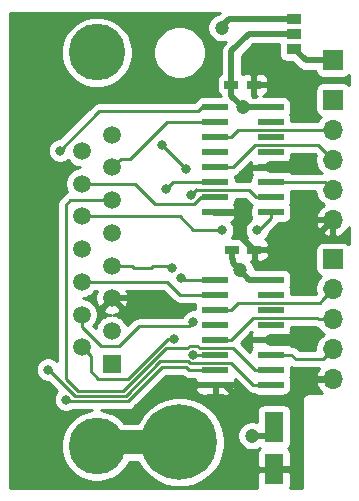
<source format=gbr>
G04 #@! TF.GenerationSoftware,KiCad,Pcbnew,(5.1.5-0-10_14)*
G04 #@! TF.CreationDate,2020-04-14T14:00:02+01:00*
G04 #@! TF.ProjectId,RS422,52533432-322e-46b6-9963-61645f706362,rev?*
G04 #@! TF.SameCoordinates,Original*
G04 #@! TF.FileFunction,Copper,L1,Top*
G04 #@! TF.FilePolarity,Positive*
%FSLAX46Y46*%
G04 Gerber Fmt 4.6, Leading zero omitted, Abs format (unit mm)*
G04 Created by KiCad (PCBNEW (5.1.5-0-10_14)) date 2020-04-14 14:00:02*
%MOMM*%
%LPD*%
G04 APERTURE LIST*
%ADD10R,1.200000X0.750000*%
%ADD11C,6.400000*%
%ADD12R,1.270000X0.970000*%
%ADD13R,1.700000X1.700000*%
%ADD14R,2.184400X0.558800*%
%ADD15R,1.500000X1.500000*%
%ADD16C,1.500000*%
%ADD17C,4.800000*%
%ADD18R,1.600000X2.600000*%
%ADD19O,1.700000X1.700000*%
%ADD20C,1.200000*%
%ADD21C,0.800000*%
%ADD22C,1.000000*%
%ADD23C,0.500000*%
%ADD24C,2.000000*%
%ADD25C,0.250000*%
%ADD26C,0.200000*%
%ADD27C,0.254000*%
G04 APERTURE END LIST*
D10*
X126050000Y-81280000D03*
X127950000Y-81280000D03*
X126018000Y-67310000D03*
X127918000Y-67310000D03*
D11*
X121620000Y-97580000D03*
D12*
X131318000Y-64262000D03*
X131318000Y-62992000D03*
X131318000Y-61722000D03*
D13*
X134620000Y-65240000D03*
D14*
X124637800Y-83820000D03*
X124637800Y-85090000D03*
X124637800Y-86360000D03*
X124637800Y-87630000D03*
X124637800Y-88900000D03*
X124637800Y-90170000D03*
X124637800Y-91440000D03*
X124637800Y-92710000D03*
X129362200Y-92710000D03*
X129362200Y-91440000D03*
X129362200Y-90170000D03*
X129362200Y-88900000D03*
X129362200Y-87630000D03*
X129362200Y-86360000D03*
X129362200Y-85090000D03*
X129362200Y-83820000D03*
D15*
X115890000Y-90935000D03*
D16*
X115890000Y-88165000D03*
X115890000Y-85395000D03*
X115890000Y-82625000D03*
X115890000Y-79855000D03*
X115890000Y-77085000D03*
X115890000Y-74315000D03*
X115890000Y-71545000D03*
X113350000Y-89550000D03*
X113350000Y-86780000D03*
X113350000Y-84010000D03*
X113350000Y-81240000D03*
X113350000Y-78470000D03*
X113350000Y-75700000D03*
X113350000Y-72930000D03*
D17*
X114620000Y-64580000D03*
X114620000Y-97900000D03*
D18*
X129620000Y-96280000D03*
X129620000Y-99880000D03*
D19*
X134620000Y-78740000D03*
X134620000Y-76200000D03*
X134620000Y-73660000D03*
X134620000Y-71120000D03*
D13*
X134620000Y-68580000D03*
D19*
X134620000Y-92240000D03*
X134620000Y-89700000D03*
X134620000Y-87160000D03*
X134620000Y-84620000D03*
D13*
X134620000Y-82080000D03*
D14*
X129362200Y-69215000D03*
X129362200Y-70485000D03*
X129362200Y-71755000D03*
X129362200Y-73025000D03*
X129362200Y-74295000D03*
X129362200Y-75565000D03*
X129362200Y-76835000D03*
X129362200Y-78105000D03*
X124637800Y-78105000D03*
X124637800Y-76835000D03*
X124637800Y-75565000D03*
X124637800Y-74295000D03*
X124637800Y-73025000D03*
X124637800Y-71755000D03*
X124637800Y-70485000D03*
X124637800Y-69215000D03*
D20*
X132080000Y-88900000D03*
X132080000Y-81280000D03*
X121158000Y-92456000D03*
X120638971Y-86217329D03*
X128270000Y-65024000D03*
X132081010Y-74040000D03*
X125222000Y-62484000D03*
D21*
X121031000Y-82804000D03*
X120484745Y-76171747D03*
X111506000Y-72898000D03*
X110490000Y-91440000D03*
X121168642Y-88840589D03*
X122627938Y-76610412D03*
X122809000Y-90170000D03*
X122809000Y-87376000D03*
X112014000Y-93980000D03*
X125222000Y-79629000D03*
X128191692Y-79629000D03*
X121793000Y-83693000D03*
X120142000Y-72390000D03*
X122204246Y-74452246D03*
D20*
X127762000Y-97028000D03*
X126762000Y-83042000D03*
X127000000Y-69215000D03*
D22*
X129362200Y-88900000D02*
X132080000Y-88900000D01*
D23*
X132080000Y-81280000D02*
X134620000Y-78740000D01*
X129000000Y-81280000D02*
X132080000Y-81280000D01*
X125450600Y-92710000D02*
X126631340Y-93890740D01*
X124637800Y-92710000D02*
X125450600Y-92710000D01*
X121412000Y-92710000D02*
X124637800Y-92710000D01*
D22*
X121158000Y-92456000D02*
X121412000Y-92710000D01*
D23*
X115890000Y-85395000D02*
X119816642Y-85395000D01*
X120609326Y-85900000D02*
X120638971Y-85929645D01*
X119816642Y-85395000D02*
X120638971Y-86217329D01*
X130950742Y-93890740D02*
X131620000Y-94559998D01*
X126631340Y-93890740D02*
X130950742Y-93890740D01*
X131420000Y-99880000D02*
X129620000Y-99880000D01*
X131620000Y-99680000D02*
X131420000Y-99880000D01*
X131620000Y-94559998D02*
X131620000Y-99680000D01*
X132601482Y-92240000D02*
X134620000Y-92240000D01*
X130950742Y-93890740D02*
X132601482Y-92240000D01*
D22*
X129362200Y-74295000D02*
X131826010Y-74295000D01*
D23*
X126891690Y-78266690D02*
X126891690Y-80253002D01*
X124637800Y-78105000D02*
X126730000Y-78105000D01*
X127918688Y-81280000D02*
X129000000Y-81280000D01*
X126730000Y-78105000D02*
X126891690Y-78266690D01*
D22*
X131826010Y-74295000D02*
X132081010Y-74040000D01*
D23*
X126891690Y-80253002D02*
X127918688Y-81280000D01*
X127918000Y-65376000D02*
X128270000Y-65024000D01*
X127918000Y-67310000D02*
X127918000Y-65376000D01*
X125857000Y-61722000D02*
X125222000Y-62357000D01*
X131318000Y-61722000D02*
X125857000Y-61722000D01*
D24*
X114940000Y-97580000D02*
X114620000Y-97900000D01*
X122620000Y-97580000D02*
X114940000Y-97580000D01*
D25*
X119403002Y-82625000D02*
X120852000Y-82625000D01*
X120852000Y-82625000D02*
X121031000Y-82804000D01*
X117758999Y-82805001D02*
X119223001Y-82805001D01*
X117578998Y-82625000D02*
X117758999Y-82805001D01*
X119223001Y-82805001D02*
X119403002Y-82625000D01*
X115890000Y-82625000D02*
X117578998Y-82625000D01*
X124637800Y-75565000D02*
X121091492Y-75565000D01*
X121091492Y-75565000D02*
X120484745Y-76171747D01*
X111506000Y-72898000D02*
X114843400Y-69560600D01*
X114843400Y-69560600D02*
X123225400Y-69560600D01*
X123225400Y-69560600D02*
X123571000Y-69215000D01*
X129362200Y-91440000D02*
X128020000Y-91440000D01*
X126145599Y-89565599D02*
X123277603Y-89565599D01*
X128020000Y-91440000D02*
X126145599Y-89565599D01*
X123277603Y-89565599D02*
X123157002Y-89444998D01*
X122340397Y-89565599D02*
X120524403Y-89565599D01*
X123157002Y-89444998D02*
X122460998Y-89444998D01*
X120524403Y-89565599D02*
X116872002Y-93218000D01*
X122460998Y-89444998D02*
X122340397Y-89565599D01*
X115890000Y-77085000D02*
X112391000Y-77085000D01*
X112391000Y-77085000D02*
X112014000Y-77462000D01*
X112014000Y-77462000D02*
X112014000Y-92202000D01*
X113030000Y-93218000D02*
X115316000Y-93218000D01*
X115316000Y-93218000D02*
X115236998Y-93218000D01*
X112014000Y-92202000D02*
X113030000Y-93218000D01*
X116872002Y-93218000D02*
X115316000Y-93218000D01*
X120540000Y-70485000D02*
X124637800Y-70485000D01*
X116639999Y-73565001D02*
X117459999Y-73565001D01*
X117459999Y-73565001D02*
X120540000Y-70485000D01*
X115890000Y-74315000D02*
X116639999Y-73565001D01*
D26*
X128547865Y-92890732D02*
X128728597Y-92710000D01*
X128728597Y-92710000D02*
X129362200Y-92710000D01*
D25*
X129362200Y-92710000D02*
X127864402Y-92710000D01*
X125990001Y-90835599D02*
X123216405Y-90835599D01*
X119991423Y-90734988D02*
X117058402Y-93668009D01*
X123216405Y-90835599D02*
X123157002Y-90895002D01*
X122490415Y-90895002D02*
X122330401Y-90734988D01*
X122330401Y-90734988D02*
X119991423Y-90734988D01*
X117058402Y-93668009D02*
X112775013Y-93668009D01*
X112775013Y-93668009D02*
X110457002Y-91349998D01*
X127864402Y-92710000D02*
X125990001Y-90835599D01*
X123157002Y-90895002D02*
X122490415Y-90895002D01*
X110457002Y-91407002D02*
X110490000Y-91440000D01*
X110457002Y-91349998D02*
X110457002Y-91407002D01*
X123058089Y-76180261D02*
X123027937Y-76210413D01*
X123027937Y-76210413D02*
X122627938Y-76610412D01*
X117243591Y-92210001D02*
X120613003Y-88840589D01*
X114719999Y-92210001D02*
X117243591Y-92210001D01*
X114099999Y-91590001D02*
X114719999Y-92210001D01*
X114099999Y-90299999D02*
X114099999Y-91590001D01*
X120613003Y-88840589D02*
X121168642Y-88840589D01*
X113350000Y-89550000D02*
X114099999Y-90299999D01*
X123027937Y-76210413D02*
X127518413Y-76210413D01*
X127518413Y-76210413D02*
X128143000Y-76835000D01*
X128143000Y-76835000D02*
X129362200Y-76835000D01*
X124637800Y-90170000D02*
X122936000Y-90170000D01*
X122936000Y-90170000D02*
X122809000Y-90170000D01*
X122409001Y-87775999D02*
X118166003Y-87775999D01*
X122809000Y-87376000D02*
X122409001Y-87775999D01*
X116502001Y-89440001D02*
X118166003Y-87775999D01*
X113350000Y-87840660D02*
X114949341Y-89440001D01*
X114949341Y-89440001D02*
X116502001Y-89440001D01*
X113350000Y-86780000D02*
X113350000Y-87840660D01*
X113350000Y-84010000D02*
X120586000Y-84010000D01*
X121666000Y-85090000D02*
X124637800Y-85090000D01*
X120586000Y-84010000D02*
X121666000Y-85090000D01*
X122144001Y-91184999D02*
X120177822Y-91184999D01*
X124637800Y-91440000D02*
X122399002Y-91440000D01*
X117244801Y-94118020D02*
X112152020Y-94118020D01*
X120177822Y-91184999D02*
X117244801Y-94118020D01*
X122399002Y-91440000D02*
X122144001Y-91184999D01*
X122809000Y-79629000D02*
X125222000Y-79629000D01*
X121650000Y-78470000D02*
X122809000Y-79629000D01*
X113350000Y-78470000D02*
X121650000Y-78470000D01*
X129362200Y-78634400D02*
X128367600Y-79629000D01*
X129362200Y-78105000D02*
X129362200Y-78634400D01*
X128367600Y-79629000D02*
X128191692Y-79629000D01*
X122865255Y-77446099D02*
X123476354Y-76835000D01*
X119570487Y-77446099D02*
X122865255Y-77446099D01*
X123476354Y-76835000D02*
X124637800Y-76835000D01*
X113350000Y-75700000D02*
X117824388Y-75700000D01*
X117824388Y-75700000D02*
X119570487Y-77446099D01*
X124637800Y-83820000D02*
X123295600Y-83820000D01*
X121920000Y-83820000D02*
X121793000Y-83693000D01*
X123295600Y-83820000D02*
X121920000Y-83820000D01*
X120142000Y-72390000D02*
X122204246Y-74452246D01*
X133985000Y-75565000D02*
X134620000Y-76200000D01*
X129362200Y-75565000D02*
X133985000Y-75565000D01*
X128009999Y-72420599D02*
X133380599Y-72420599D01*
X133380599Y-72420599D02*
X133770001Y-72810001D01*
X126135598Y-74295000D02*
X128009999Y-72420599D01*
X124637800Y-74295000D02*
X126135598Y-74295000D01*
X133770001Y-72810001D02*
X134620000Y-73660000D01*
X133417919Y-71120000D02*
X134620000Y-71120000D01*
X126615000Y-71120000D02*
X133417919Y-71120000D01*
X125980000Y-71755000D02*
X126615000Y-71120000D01*
X124637800Y-71755000D02*
X125980000Y-71755000D01*
X133770001Y-85469999D02*
X134620000Y-84620000D01*
X133484401Y-85755599D02*
X133770001Y-85469999D01*
X126584401Y-85755599D02*
X133484401Y-85755599D01*
X125980000Y-86360000D02*
X126584401Y-85755599D01*
X124637800Y-86360000D02*
X125980000Y-86360000D01*
X133417919Y-87160000D02*
X134620000Y-87160000D01*
X133283518Y-87025599D02*
X133417919Y-87160000D01*
X127854401Y-87025599D02*
X133283518Y-87025599D01*
X125980000Y-88900000D02*
X127854401Y-87025599D01*
X124637800Y-88900000D02*
X125980000Y-88900000D01*
X133770001Y-90549999D02*
X134620000Y-89700000D01*
X131092998Y-90170000D02*
X131472997Y-90549999D01*
X131472997Y-90549999D02*
X133770001Y-90549999D01*
X129362200Y-90170000D02*
X131092998Y-90170000D01*
D23*
X130048000Y-97028000D02*
X127762000Y-97028000D01*
X127687000Y-69215000D02*
X128020000Y-69215000D01*
X128020000Y-69215000D02*
X129362200Y-69215000D01*
D25*
X127635000Y-69215000D02*
X127687000Y-69215000D01*
D23*
X127540000Y-83820000D02*
X129362200Y-83820000D01*
X126762000Y-83042000D02*
X127540000Y-83820000D01*
X131318000Y-62992000D02*
X127508000Y-62992000D01*
X127635000Y-69215000D02*
X127000000Y-69215000D01*
X126018000Y-68233000D02*
X126018000Y-67310000D01*
X127000000Y-69215000D02*
X126018000Y-68233000D01*
X126018000Y-64482000D02*
X127508000Y-62992000D01*
X126018000Y-67310000D02*
X126018000Y-64482000D01*
X126162001Y-82442001D02*
X126162001Y-82117999D01*
X126762000Y-83042000D02*
X126162001Y-82442001D01*
X126050000Y-82005998D02*
X126050000Y-81280000D01*
X126162001Y-82117999D02*
X126050000Y-82005998D01*
X132296000Y-65240000D02*
X131318000Y-64262000D01*
X134620000Y-65240000D02*
X132296000Y-65240000D01*
D27*
G36*
X125072973Y-61254448D02*
G01*
X124861764Y-61296460D01*
X124637008Y-61389557D01*
X124434733Y-61524713D01*
X124262713Y-61696733D01*
X124127557Y-61899008D01*
X124034460Y-62123764D01*
X123987000Y-62362363D01*
X123987000Y-62605637D01*
X124034460Y-62844236D01*
X124127557Y-63068992D01*
X124262713Y-63271267D01*
X124434733Y-63443287D01*
X124637008Y-63578443D01*
X124861764Y-63671540D01*
X125100363Y-63719000D01*
X125343637Y-63719000D01*
X125575552Y-63672869D01*
X125422951Y-63825471D01*
X125389184Y-63853183D01*
X125361471Y-63886951D01*
X125361468Y-63886954D01*
X125278590Y-63987941D01*
X125196412Y-64141687D01*
X125145805Y-64308510D01*
X125128719Y-64482000D01*
X125133001Y-64525479D01*
X125133000Y-66367317D01*
X125063506Y-66404463D01*
X124966815Y-66483815D01*
X124887463Y-66580506D01*
X124828498Y-66690820D01*
X124792188Y-66810518D01*
X124779928Y-66935000D01*
X124779928Y-67685000D01*
X124792188Y-67809482D01*
X124828498Y-67929180D01*
X124887463Y-68039494D01*
X124966815Y-68136185D01*
X125063506Y-68215537D01*
X125130527Y-68251361D01*
X125133000Y-68276469D01*
X125133000Y-68276476D01*
X125135073Y-68297528D01*
X123545600Y-68297528D01*
X123421118Y-68309788D01*
X123301420Y-68346098D01*
X123191106Y-68405063D01*
X123094415Y-68484415D01*
X123015063Y-68581106D01*
X122956098Y-68691420D01*
X122928369Y-68782830D01*
X122910599Y-68800600D01*
X114880722Y-68800600D01*
X114843399Y-68796924D01*
X114806076Y-68800600D01*
X114806067Y-68800600D01*
X114694414Y-68811597D01*
X114551153Y-68855054D01*
X114419124Y-68925626D01*
X114303399Y-69020599D01*
X114279601Y-69049597D01*
X111466199Y-71863000D01*
X111404061Y-71863000D01*
X111204102Y-71902774D01*
X111015744Y-71980795D01*
X110846226Y-72094063D01*
X110702063Y-72238226D01*
X110588795Y-72407744D01*
X110510774Y-72596102D01*
X110471000Y-72796061D01*
X110471000Y-72999939D01*
X110510774Y-73199898D01*
X110588795Y-73388256D01*
X110702063Y-73557774D01*
X110846226Y-73701937D01*
X111015744Y-73815205D01*
X111204102Y-73893226D01*
X111404061Y-73933000D01*
X111607939Y-73933000D01*
X111807898Y-73893226D01*
X111996256Y-73815205D01*
X112165774Y-73701937D01*
X112186331Y-73681380D01*
X112274201Y-73812886D01*
X112467114Y-74005799D01*
X112693957Y-74157371D01*
X112946011Y-74261775D01*
X113213589Y-74315000D01*
X112946011Y-74368225D01*
X112693957Y-74472629D01*
X112467114Y-74624201D01*
X112274201Y-74817114D01*
X112122629Y-75043957D01*
X112018225Y-75296011D01*
X111965000Y-75563589D01*
X111965000Y-75836411D01*
X112018225Y-76103989D01*
X112122629Y-76356043D01*
X112131612Y-76369487D01*
X112098753Y-76379454D01*
X111966724Y-76450026D01*
X111850999Y-76544999D01*
X111827196Y-76574003D01*
X111503003Y-76898196D01*
X111473999Y-76921999D01*
X111443293Y-76959415D01*
X111379026Y-77037724D01*
X111338042Y-77114400D01*
X111308454Y-77169754D01*
X111264997Y-77313015D01*
X111254000Y-77424668D01*
X111254000Y-77424678D01*
X111250324Y-77462000D01*
X111254000Y-77499322D01*
X111254001Y-90740290D01*
X111149774Y-90636063D01*
X110980256Y-90522795D01*
X110791898Y-90444774D01*
X110591939Y-90405000D01*
X110388061Y-90405000D01*
X110188102Y-90444774D01*
X109999744Y-90522795D01*
X109830226Y-90636063D01*
X109686063Y-90780226D01*
X109572795Y-90949744D01*
X109494774Y-91138102D01*
X109455000Y-91338061D01*
X109455000Y-91541939D01*
X109494774Y-91741898D01*
X109572795Y-91930256D01*
X109686063Y-92099774D01*
X109830226Y-92243937D01*
X109999744Y-92357205D01*
X110188102Y-92435226D01*
X110388061Y-92475000D01*
X110507203Y-92475000D01*
X111281246Y-93249043D01*
X111210063Y-93320226D01*
X111096795Y-93489744D01*
X111018774Y-93678102D01*
X110979000Y-93878061D01*
X110979000Y-94081939D01*
X111018774Y-94281898D01*
X111096795Y-94470256D01*
X111210063Y-94639774D01*
X111354226Y-94783937D01*
X111523744Y-94897205D01*
X111712102Y-94975226D01*
X111912061Y-95015000D01*
X112115939Y-95015000D01*
X112315898Y-94975226D01*
X112504256Y-94897205D01*
X112532968Y-94878020D01*
X114255623Y-94878020D01*
X113734723Y-94981633D01*
X113182388Y-95210418D01*
X112685300Y-95542562D01*
X112262562Y-95965300D01*
X111930418Y-96462388D01*
X111701633Y-97014723D01*
X111585000Y-97601079D01*
X111585000Y-98198921D01*
X111701633Y-98785277D01*
X111930418Y-99337612D01*
X112262562Y-99834700D01*
X112685300Y-100257438D01*
X113182388Y-100589582D01*
X113734723Y-100818367D01*
X114321079Y-100935000D01*
X114918921Y-100935000D01*
X115505277Y-100818367D01*
X116057612Y-100589582D01*
X116554700Y-100257438D01*
X116977438Y-99834700D01*
X117309582Y-99337612D01*
X117360370Y-99215000D01*
X118146265Y-99215000D01*
X118221467Y-99396554D01*
X118641161Y-100024670D01*
X119175330Y-100558839D01*
X119803446Y-100978533D01*
X120501372Y-101267623D01*
X121242285Y-101415000D01*
X121997715Y-101415000D01*
X122738628Y-101267623D01*
X123436554Y-100978533D01*
X124064670Y-100558839D01*
X124598839Y-100024670D01*
X125018533Y-99396554D01*
X125307623Y-98698628D01*
X125455000Y-97957715D01*
X125455000Y-97202285D01*
X125396138Y-96906363D01*
X126527000Y-96906363D01*
X126527000Y-97149637D01*
X126574460Y-97388236D01*
X126667557Y-97612992D01*
X126802713Y-97815267D01*
X126974733Y-97987287D01*
X127177008Y-98122443D01*
X127401764Y-98215540D01*
X127640363Y-98263000D01*
X127883637Y-98263000D01*
X128122236Y-98215540D01*
X128346992Y-98122443D01*
X128420315Y-98073450D01*
X128428296Y-98080000D01*
X128368815Y-98128815D01*
X128289463Y-98225506D01*
X128230498Y-98335820D01*
X128194188Y-98455518D01*
X128181928Y-98580000D01*
X128185000Y-99594250D01*
X128343750Y-99753000D01*
X129493000Y-99753000D01*
X129493000Y-99733000D01*
X129747000Y-99733000D01*
X129747000Y-99753000D01*
X130896250Y-99753000D01*
X131055000Y-99594250D01*
X131058072Y-98580000D01*
X131045812Y-98455518D01*
X131009502Y-98335820D01*
X130950537Y-98225506D01*
X130871185Y-98128815D01*
X130811704Y-98080000D01*
X130871185Y-98031185D01*
X130950537Y-97934494D01*
X131009502Y-97824180D01*
X131045812Y-97704482D01*
X131058072Y-97580000D01*
X131058072Y-94980000D01*
X131045812Y-94855518D01*
X131009502Y-94735820D01*
X130950537Y-94625506D01*
X130871185Y-94528815D01*
X130774494Y-94449463D01*
X130664180Y-94390498D01*
X130544482Y-94354188D01*
X130420000Y-94341928D01*
X128820000Y-94341928D01*
X128695518Y-94354188D01*
X128575820Y-94390498D01*
X128465506Y-94449463D01*
X128368815Y-94528815D01*
X128289463Y-94625506D01*
X128230498Y-94735820D01*
X128194188Y-94855518D01*
X128181928Y-94980000D01*
X128181928Y-95865185D01*
X128122236Y-95840460D01*
X127883637Y-95793000D01*
X127640363Y-95793000D01*
X127401764Y-95840460D01*
X127177008Y-95933557D01*
X126974733Y-96068713D01*
X126802713Y-96240733D01*
X126667557Y-96443008D01*
X126574460Y-96667764D01*
X126527000Y-96906363D01*
X125396138Y-96906363D01*
X125307623Y-96461372D01*
X125018533Y-95763446D01*
X124598839Y-95135330D01*
X124064670Y-94601161D01*
X123436554Y-94181467D01*
X122738628Y-93892377D01*
X121997715Y-93745000D01*
X121242285Y-93745000D01*
X120501372Y-93892377D01*
X119803446Y-94181467D01*
X119175330Y-94601161D01*
X118641161Y-95135330D01*
X118221467Y-95763446D01*
X118146265Y-95945000D01*
X116957138Y-95945000D01*
X116554700Y-95542562D01*
X116057612Y-95210418D01*
X115505277Y-94981633D01*
X114984377Y-94878020D01*
X117207479Y-94878020D01*
X117244801Y-94881696D01*
X117282123Y-94878020D01*
X117282134Y-94878020D01*
X117393787Y-94867023D01*
X117537048Y-94823566D01*
X117669077Y-94752994D01*
X117784802Y-94658021D01*
X117808605Y-94629017D01*
X119441872Y-92995750D01*
X122910600Y-92995750D01*
X122920070Y-93115291D01*
X122956650Y-93234907D01*
X123015862Y-93345088D01*
X123095432Y-93441600D01*
X123192302Y-93520735D01*
X123302749Y-93579450D01*
X123422528Y-93615490D01*
X123547037Y-93627470D01*
X124352050Y-93624400D01*
X124510800Y-93465650D01*
X124510800Y-92837000D01*
X124764800Y-92837000D01*
X124764800Y-93465650D01*
X124923550Y-93624400D01*
X125728563Y-93627470D01*
X125853072Y-93615490D01*
X125972851Y-93579450D01*
X126083298Y-93520735D01*
X126180168Y-93441600D01*
X126259738Y-93345088D01*
X126318950Y-93234907D01*
X126355530Y-93115291D01*
X126365000Y-92995750D01*
X126206250Y-92837000D01*
X124764800Y-92837000D01*
X124510800Y-92837000D01*
X123069350Y-92837000D01*
X122910600Y-92995750D01*
X119441872Y-92995750D01*
X120492624Y-91944999D01*
X121829200Y-91944999D01*
X121835198Y-91950997D01*
X121859001Y-91980001D01*
X121974726Y-92074974D01*
X122106755Y-92145546D01*
X122250016Y-92189003D01*
X122361669Y-92200000D01*
X122361679Y-92200000D01*
X122399002Y-92203676D01*
X122436325Y-92200000D01*
X122952091Y-92200000D01*
X122920070Y-92304709D01*
X122910600Y-92424250D01*
X123069350Y-92583000D01*
X124510800Y-92583000D01*
X124510800Y-92563000D01*
X124764800Y-92563000D01*
X124764800Y-92583000D01*
X126206250Y-92583000D01*
X126365000Y-92424250D01*
X126355530Y-92304709D01*
X126342852Y-92263251D01*
X127300603Y-93221003D01*
X127324401Y-93250001D01*
X127440126Y-93344974D01*
X127572155Y-93415546D01*
X127715416Y-93459003D01*
X127827069Y-93470000D01*
X127827078Y-93470000D01*
X127858419Y-93473087D01*
X127915506Y-93519937D01*
X128025820Y-93578902D01*
X128145518Y-93615212D01*
X128270000Y-93627472D01*
X128529427Y-93627472D01*
X128547865Y-93629288D01*
X128566303Y-93627472D01*
X130454400Y-93627472D01*
X130578882Y-93615212D01*
X130698580Y-93578902D01*
X130808894Y-93519937D01*
X130905585Y-93440585D01*
X130984937Y-93343894D01*
X131043902Y-93233580D01*
X131080212Y-93113882D01*
X131092472Y-92989400D01*
X131092472Y-92430600D01*
X131080212Y-92306118D01*
X131043902Y-92186420D01*
X130984937Y-92076106D01*
X130984029Y-92075000D01*
X130984937Y-92073894D01*
X131043902Y-91963580D01*
X131080212Y-91843882D01*
X131092472Y-91719400D01*
X131092472Y-91208359D01*
X131180750Y-91255545D01*
X131324011Y-91299002D01*
X131435664Y-91309999D01*
X131435672Y-91309999D01*
X131472997Y-91313675D01*
X131510322Y-91309999D01*
X133470000Y-91309999D01*
X133348359Y-91473080D01*
X133223175Y-91735901D01*
X133178524Y-91883110D01*
X133299845Y-92113000D01*
X134493000Y-92113000D01*
X134493000Y-92093000D01*
X134747000Y-92093000D01*
X134747000Y-92113000D01*
X134767000Y-92113000D01*
X134767000Y-92367000D01*
X134747000Y-92367000D01*
X134747000Y-92387000D01*
X134493000Y-92387000D01*
X134493000Y-92367000D01*
X133299845Y-92367000D01*
X133178524Y-92596890D01*
X133223175Y-92744099D01*
X133348359Y-93006920D01*
X133522412Y-93240269D01*
X133721806Y-93420000D01*
X132652419Y-93420000D01*
X132620000Y-93416807D01*
X132587581Y-93420000D01*
X132490617Y-93429550D01*
X132366207Y-93467290D01*
X132251550Y-93528575D01*
X132151052Y-93611052D01*
X132068575Y-93711550D01*
X132007290Y-93826207D01*
X131969550Y-93950617D01*
X131956807Y-94080000D01*
X131960000Y-94112418D01*
X131960001Y-101420000D01*
X131010770Y-101420000D01*
X131045812Y-101304482D01*
X131058072Y-101180000D01*
X131055000Y-100165750D01*
X130896250Y-100007000D01*
X129747000Y-100007000D01*
X129747000Y-100027000D01*
X129493000Y-100027000D01*
X129493000Y-100007000D01*
X128343750Y-100007000D01*
X128185000Y-100165750D01*
X128181928Y-101180000D01*
X128194188Y-101304482D01*
X128229230Y-101420000D01*
X107280000Y-101420000D01*
X107280000Y-64281079D01*
X111585000Y-64281079D01*
X111585000Y-64878921D01*
X111701633Y-65465277D01*
X111930418Y-66017612D01*
X112262562Y-66514700D01*
X112685300Y-66937438D01*
X113182388Y-67269582D01*
X113734723Y-67498367D01*
X114321079Y-67615000D01*
X114918921Y-67615000D01*
X115505277Y-67498367D01*
X116057612Y-67269582D01*
X116554700Y-66937438D01*
X116977438Y-66514700D01*
X117309582Y-66017612D01*
X117538367Y-65465277D01*
X117655000Y-64878921D01*
X117655000Y-64359872D01*
X119385000Y-64359872D01*
X119385000Y-64800128D01*
X119470890Y-65231925D01*
X119639369Y-65638669D01*
X119883962Y-66004729D01*
X120195271Y-66316038D01*
X120561331Y-66560631D01*
X120968075Y-66729110D01*
X121399872Y-66815000D01*
X121840128Y-66815000D01*
X122271925Y-66729110D01*
X122678669Y-66560631D01*
X123044729Y-66316038D01*
X123356038Y-66004729D01*
X123600631Y-65638669D01*
X123769110Y-65231925D01*
X123855000Y-64800128D01*
X123855000Y-64359872D01*
X123769110Y-63928075D01*
X123600631Y-63521331D01*
X123356038Y-63155271D01*
X123044729Y-62843962D01*
X122678669Y-62599369D01*
X122271925Y-62430890D01*
X121840128Y-62345000D01*
X121399872Y-62345000D01*
X120968075Y-62430890D01*
X120561331Y-62599369D01*
X120195271Y-62843962D01*
X119883962Y-63155271D01*
X119639369Y-63521331D01*
X119470890Y-63928075D01*
X119385000Y-64359872D01*
X117655000Y-64359872D01*
X117655000Y-64281079D01*
X117538367Y-63694723D01*
X117309582Y-63142388D01*
X116977438Y-62645300D01*
X116554700Y-62222562D01*
X116057612Y-61890418D01*
X115505277Y-61661633D01*
X114918921Y-61545000D01*
X114321079Y-61545000D01*
X113734723Y-61661633D01*
X113182388Y-61890418D01*
X112685300Y-62222562D01*
X112262562Y-62645300D01*
X111930418Y-63142388D01*
X111701633Y-63694723D01*
X111585000Y-64281079D01*
X107280000Y-64281079D01*
X107280000Y-61240000D01*
X125087421Y-61240000D01*
X125072973Y-61254448D01*
G37*
X125072973Y-61254448D02*
X124861764Y-61296460D01*
X124637008Y-61389557D01*
X124434733Y-61524713D01*
X124262713Y-61696733D01*
X124127557Y-61899008D01*
X124034460Y-62123764D01*
X123987000Y-62362363D01*
X123987000Y-62605637D01*
X124034460Y-62844236D01*
X124127557Y-63068992D01*
X124262713Y-63271267D01*
X124434733Y-63443287D01*
X124637008Y-63578443D01*
X124861764Y-63671540D01*
X125100363Y-63719000D01*
X125343637Y-63719000D01*
X125575552Y-63672869D01*
X125422951Y-63825471D01*
X125389184Y-63853183D01*
X125361471Y-63886951D01*
X125361468Y-63886954D01*
X125278590Y-63987941D01*
X125196412Y-64141687D01*
X125145805Y-64308510D01*
X125128719Y-64482000D01*
X125133001Y-64525479D01*
X125133000Y-66367317D01*
X125063506Y-66404463D01*
X124966815Y-66483815D01*
X124887463Y-66580506D01*
X124828498Y-66690820D01*
X124792188Y-66810518D01*
X124779928Y-66935000D01*
X124779928Y-67685000D01*
X124792188Y-67809482D01*
X124828498Y-67929180D01*
X124887463Y-68039494D01*
X124966815Y-68136185D01*
X125063506Y-68215537D01*
X125130527Y-68251361D01*
X125133000Y-68276469D01*
X125133000Y-68276476D01*
X125135073Y-68297528D01*
X123545600Y-68297528D01*
X123421118Y-68309788D01*
X123301420Y-68346098D01*
X123191106Y-68405063D01*
X123094415Y-68484415D01*
X123015063Y-68581106D01*
X122956098Y-68691420D01*
X122928369Y-68782830D01*
X122910599Y-68800600D01*
X114880722Y-68800600D01*
X114843399Y-68796924D01*
X114806076Y-68800600D01*
X114806067Y-68800600D01*
X114694414Y-68811597D01*
X114551153Y-68855054D01*
X114419124Y-68925626D01*
X114303399Y-69020599D01*
X114279601Y-69049597D01*
X111466199Y-71863000D01*
X111404061Y-71863000D01*
X111204102Y-71902774D01*
X111015744Y-71980795D01*
X110846226Y-72094063D01*
X110702063Y-72238226D01*
X110588795Y-72407744D01*
X110510774Y-72596102D01*
X110471000Y-72796061D01*
X110471000Y-72999939D01*
X110510774Y-73199898D01*
X110588795Y-73388256D01*
X110702063Y-73557774D01*
X110846226Y-73701937D01*
X111015744Y-73815205D01*
X111204102Y-73893226D01*
X111404061Y-73933000D01*
X111607939Y-73933000D01*
X111807898Y-73893226D01*
X111996256Y-73815205D01*
X112165774Y-73701937D01*
X112186331Y-73681380D01*
X112274201Y-73812886D01*
X112467114Y-74005799D01*
X112693957Y-74157371D01*
X112946011Y-74261775D01*
X113213589Y-74315000D01*
X112946011Y-74368225D01*
X112693957Y-74472629D01*
X112467114Y-74624201D01*
X112274201Y-74817114D01*
X112122629Y-75043957D01*
X112018225Y-75296011D01*
X111965000Y-75563589D01*
X111965000Y-75836411D01*
X112018225Y-76103989D01*
X112122629Y-76356043D01*
X112131612Y-76369487D01*
X112098753Y-76379454D01*
X111966724Y-76450026D01*
X111850999Y-76544999D01*
X111827196Y-76574003D01*
X111503003Y-76898196D01*
X111473999Y-76921999D01*
X111443293Y-76959415D01*
X111379026Y-77037724D01*
X111338042Y-77114400D01*
X111308454Y-77169754D01*
X111264997Y-77313015D01*
X111254000Y-77424668D01*
X111254000Y-77424678D01*
X111250324Y-77462000D01*
X111254000Y-77499322D01*
X111254001Y-90740290D01*
X111149774Y-90636063D01*
X110980256Y-90522795D01*
X110791898Y-90444774D01*
X110591939Y-90405000D01*
X110388061Y-90405000D01*
X110188102Y-90444774D01*
X109999744Y-90522795D01*
X109830226Y-90636063D01*
X109686063Y-90780226D01*
X109572795Y-90949744D01*
X109494774Y-91138102D01*
X109455000Y-91338061D01*
X109455000Y-91541939D01*
X109494774Y-91741898D01*
X109572795Y-91930256D01*
X109686063Y-92099774D01*
X109830226Y-92243937D01*
X109999744Y-92357205D01*
X110188102Y-92435226D01*
X110388061Y-92475000D01*
X110507203Y-92475000D01*
X111281246Y-93249043D01*
X111210063Y-93320226D01*
X111096795Y-93489744D01*
X111018774Y-93678102D01*
X110979000Y-93878061D01*
X110979000Y-94081939D01*
X111018774Y-94281898D01*
X111096795Y-94470256D01*
X111210063Y-94639774D01*
X111354226Y-94783937D01*
X111523744Y-94897205D01*
X111712102Y-94975226D01*
X111912061Y-95015000D01*
X112115939Y-95015000D01*
X112315898Y-94975226D01*
X112504256Y-94897205D01*
X112532968Y-94878020D01*
X114255623Y-94878020D01*
X113734723Y-94981633D01*
X113182388Y-95210418D01*
X112685300Y-95542562D01*
X112262562Y-95965300D01*
X111930418Y-96462388D01*
X111701633Y-97014723D01*
X111585000Y-97601079D01*
X111585000Y-98198921D01*
X111701633Y-98785277D01*
X111930418Y-99337612D01*
X112262562Y-99834700D01*
X112685300Y-100257438D01*
X113182388Y-100589582D01*
X113734723Y-100818367D01*
X114321079Y-100935000D01*
X114918921Y-100935000D01*
X115505277Y-100818367D01*
X116057612Y-100589582D01*
X116554700Y-100257438D01*
X116977438Y-99834700D01*
X117309582Y-99337612D01*
X117360370Y-99215000D01*
X118146265Y-99215000D01*
X118221467Y-99396554D01*
X118641161Y-100024670D01*
X119175330Y-100558839D01*
X119803446Y-100978533D01*
X120501372Y-101267623D01*
X121242285Y-101415000D01*
X121997715Y-101415000D01*
X122738628Y-101267623D01*
X123436554Y-100978533D01*
X124064670Y-100558839D01*
X124598839Y-100024670D01*
X125018533Y-99396554D01*
X125307623Y-98698628D01*
X125455000Y-97957715D01*
X125455000Y-97202285D01*
X125396138Y-96906363D01*
X126527000Y-96906363D01*
X126527000Y-97149637D01*
X126574460Y-97388236D01*
X126667557Y-97612992D01*
X126802713Y-97815267D01*
X126974733Y-97987287D01*
X127177008Y-98122443D01*
X127401764Y-98215540D01*
X127640363Y-98263000D01*
X127883637Y-98263000D01*
X128122236Y-98215540D01*
X128346992Y-98122443D01*
X128420315Y-98073450D01*
X128428296Y-98080000D01*
X128368815Y-98128815D01*
X128289463Y-98225506D01*
X128230498Y-98335820D01*
X128194188Y-98455518D01*
X128181928Y-98580000D01*
X128185000Y-99594250D01*
X128343750Y-99753000D01*
X129493000Y-99753000D01*
X129493000Y-99733000D01*
X129747000Y-99733000D01*
X129747000Y-99753000D01*
X130896250Y-99753000D01*
X131055000Y-99594250D01*
X131058072Y-98580000D01*
X131045812Y-98455518D01*
X131009502Y-98335820D01*
X130950537Y-98225506D01*
X130871185Y-98128815D01*
X130811704Y-98080000D01*
X130871185Y-98031185D01*
X130950537Y-97934494D01*
X131009502Y-97824180D01*
X131045812Y-97704482D01*
X131058072Y-97580000D01*
X131058072Y-94980000D01*
X131045812Y-94855518D01*
X131009502Y-94735820D01*
X130950537Y-94625506D01*
X130871185Y-94528815D01*
X130774494Y-94449463D01*
X130664180Y-94390498D01*
X130544482Y-94354188D01*
X130420000Y-94341928D01*
X128820000Y-94341928D01*
X128695518Y-94354188D01*
X128575820Y-94390498D01*
X128465506Y-94449463D01*
X128368815Y-94528815D01*
X128289463Y-94625506D01*
X128230498Y-94735820D01*
X128194188Y-94855518D01*
X128181928Y-94980000D01*
X128181928Y-95865185D01*
X128122236Y-95840460D01*
X127883637Y-95793000D01*
X127640363Y-95793000D01*
X127401764Y-95840460D01*
X127177008Y-95933557D01*
X126974733Y-96068713D01*
X126802713Y-96240733D01*
X126667557Y-96443008D01*
X126574460Y-96667764D01*
X126527000Y-96906363D01*
X125396138Y-96906363D01*
X125307623Y-96461372D01*
X125018533Y-95763446D01*
X124598839Y-95135330D01*
X124064670Y-94601161D01*
X123436554Y-94181467D01*
X122738628Y-93892377D01*
X121997715Y-93745000D01*
X121242285Y-93745000D01*
X120501372Y-93892377D01*
X119803446Y-94181467D01*
X119175330Y-94601161D01*
X118641161Y-95135330D01*
X118221467Y-95763446D01*
X118146265Y-95945000D01*
X116957138Y-95945000D01*
X116554700Y-95542562D01*
X116057612Y-95210418D01*
X115505277Y-94981633D01*
X114984377Y-94878020D01*
X117207479Y-94878020D01*
X117244801Y-94881696D01*
X117282123Y-94878020D01*
X117282134Y-94878020D01*
X117393787Y-94867023D01*
X117537048Y-94823566D01*
X117669077Y-94752994D01*
X117784802Y-94658021D01*
X117808605Y-94629017D01*
X119441872Y-92995750D01*
X122910600Y-92995750D01*
X122920070Y-93115291D01*
X122956650Y-93234907D01*
X123015862Y-93345088D01*
X123095432Y-93441600D01*
X123192302Y-93520735D01*
X123302749Y-93579450D01*
X123422528Y-93615490D01*
X123547037Y-93627470D01*
X124352050Y-93624400D01*
X124510800Y-93465650D01*
X124510800Y-92837000D01*
X124764800Y-92837000D01*
X124764800Y-93465650D01*
X124923550Y-93624400D01*
X125728563Y-93627470D01*
X125853072Y-93615490D01*
X125972851Y-93579450D01*
X126083298Y-93520735D01*
X126180168Y-93441600D01*
X126259738Y-93345088D01*
X126318950Y-93234907D01*
X126355530Y-93115291D01*
X126365000Y-92995750D01*
X126206250Y-92837000D01*
X124764800Y-92837000D01*
X124510800Y-92837000D01*
X123069350Y-92837000D01*
X122910600Y-92995750D01*
X119441872Y-92995750D01*
X120492624Y-91944999D01*
X121829200Y-91944999D01*
X121835198Y-91950997D01*
X121859001Y-91980001D01*
X121974726Y-92074974D01*
X122106755Y-92145546D01*
X122250016Y-92189003D01*
X122361669Y-92200000D01*
X122361679Y-92200000D01*
X122399002Y-92203676D01*
X122436325Y-92200000D01*
X122952091Y-92200000D01*
X122920070Y-92304709D01*
X122910600Y-92424250D01*
X123069350Y-92583000D01*
X124510800Y-92583000D01*
X124510800Y-92563000D01*
X124764800Y-92563000D01*
X124764800Y-92583000D01*
X126206250Y-92583000D01*
X126365000Y-92424250D01*
X126355530Y-92304709D01*
X126342852Y-92263251D01*
X127300603Y-93221003D01*
X127324401Y-93250001D01*
X127440126Y-93344974D01*
X127572155Y-93415546D01*
X127715416Y-93459003D01*
X127827069Y-93470000D01*
X127827078Y-93470000D01*
X127858419Y-93473087D01*
X127915506Y-93519937D01*
X128025820Y-93578902D01*
X128145518Y-93615212D01*
X128270000Y-93627472D01*
X128529427Y-93627472D01*
X128547865Y-93629288D01*
X128566303Y-93627472D01*
X130454400Y-93627472D01*
X130578882Y-93615212D01*
X130698580Y-93578902D01*
X130808894Y-93519937D01*
X130905585Y-93440585D01*
X130984937Y-93343894D01*
X131043902Y-93233580D01*
X131080212Y-93113882D01*
X131092472Y-92989400D01*
X131092472Y-92430600D01*
X131080212Y-92306118D01*
X131043902Y-92186420D01*
X130984937Y-92076106D01*
X130984029Y-92075000D01*
X130984937Y-92073894D01*
X131043902Y-91963580D01*
X131080212Y-91843882D01*
X131092472Y-91719400D01*
X131092472Y-91208359D01*
X131180750Y-91255545D01*
X131324011Y-91299002D01*
X131435664Y-91309999D01*
X131435672Y-91309999D01*
X131472997Y-91313675D01*
X131510322Y-91309999D01*
X133470000Y-91309999D01*
X133348359Y-91473080D01*
X133223175Y-91735901D01*
X133178524Y-91883110D01*
X133299845Y-92113000D01*
X134493000Y-92113000D01*
X134493000Y-92093000D01*
X134747000Y-92093000D01*
X134747000Y-92113000D01*
X134767000Y-92113000D01*
X134767000Y-92367000D01*
X134747000Y-92367000D01*
X134747000Y-92387000D01*
X134493000Y-92387000D01*
X134493000Y-92367000D01*
X133299845Y-92367000D01*
X133178524Y-92596890D01*
X133223175Y-92744099D01*
X133348359Y-93006920D01*
X133522412Y-93240269D01*
X133721806Y-93420000D01*
X132652419Y-93420000D01*
X132620000Y-93416807D01*
X132587581Y-93420000D01*
X132490617Y-93429550D01*
X132366207Y-93467290D01*
X132251550Y-93528575D01*
X132151052Y-93611052D01*
X132068575Y-93711550D01*
X132007290Y-93826207D01*
X131969550Y-93950617D01*
X131956807Y-94080000D01*
X131960000Y-94112418D01*
X131960001Y-101420000D01*
X131010770Y-101420000D01*
X131045812Y-101304482D01*
X131058072Y-101180000D01*
X131055000Y-100165750D01*
X130896250Y-100007000D01*
X129747000Y-100007000D01*
X129747000Y-100027000D01*
X129493000Y-100027000D01*
X129493000Y-100007000D01*
X128343750Y-100007000D01*
X128185000Y-100165750D01*
X128181928Y-101180000D01*
X128194188Y-101304482D01*
X128229230Y-101420000D01*
X107280000Y-101420000D01*
X107280000Y-64281079D01*
X111585000Y-64281079D01*
X111585000Y-64878921D01*
X111701633Y-65465277D01*
X111930418Y-66017612D01*
X112262562Y-66514700D01*
X112685300Y-66937438D01*
X113182388Y-67269582D01*
X113734723Y-67498367D01*
X114321079Y-67615000D01*
X114918921Y-67615000D01*
X115505277Y-67498367D01*
X116057612Y-67269582D01*
X116554700Y-66937438D01*
X116977438Y-66514700D01*
X117309582Y-66017612D01*
X117538367Y-65465277D01*
X117655000Y-64878921D01*
X117655000Y-64359872D01*
X119385000Y-64359872D01*
X119385000Y-64800128D01*
X119470890Y-65231925D01*
X119639369Y-65638669D01*
X119883962Y-66004729D01*
X120195271Y-66316038D01*
X120561331Y-66560631D01*
X120968075Y-66729110D01*
X121399872Y-66815000D01*
X121840128Y-66815000D01*
X122271925Y-66729110D01*
X122678669Y-66560631D01*
X123044729Y-66316038D01*
X123356038Y-66004729D01*
X123600631Y-65638669D01*
X123769110Y-65231925D01*
X123855000Y-64800128D01*
X123855000Y-64359872D01*
X123769110Y-63928075D01*
X123600631Y-63521331D01*
X123356038Y-63155271D01*
X123044729Y-62843962D01*
X122678669Y-62599369D01*
X122271925Y-62430890D01*
X121840128Y-62345000D01*
X121399872Y-62345000D01*
X120968075Y-62430890D01*
X120561331Y-62599369D01*
X120195271Y-62843962D01*
X119883962Y-63155271D01*
X119639369Y-63521331D01*
X119470890Y-63928075D01*
X119385000Y-64359872D01*
X117655000Y-64359872D01*
X117655000Y-64281079D01*
X117538367Y-63694723D01*
X117309582Y-63142388D01*
X116977438Y-62645300D01*
X116554700Y-62222562D01*
X116057612Y-61890418D01*
X115505277Y-61661633D01*
X114918921Y-61545000D01*
X114321079Y-61545000D01*
X113734723Y-61661633D01*
X113182388Y-61890418D01*
X112685300Y-62222562D01*
X112262562Y-62645300D01*
X111930418Y-63142388D01*
X111701633Y-63694723D01*
X111585000Y-64281079D01*
X107280000Y-64281079D01*
X107280000Y-61240000D01*
X125087421Y-61240000D01*
X125072973Y-61254448D01*
G36*
X132993643Y-87794974D02*
G01*
X133125672Y-87865546D01*
X133268933Y-87909003D01*
X133339091Y-87915913D01*
X133466525Y-88106632D01*
X133673368Y-88313475D01*
X133847760Y-88430000D01*
X133673368Y-88546525D01*
X133466525Y-88753368D01*
X133304010Y-88996589D01*
X133192068Y-89266842D01*
X133135000Y-89553740D01*
X133135000Y-89789999D01*
X131787798Y-89789999D01*
X131656802Y-89659003D01*
X131632999Y-89629999D01*
X131517274Y-89535026D01*
X131385245Y-89464454D01*
X131241984Y-89420997D01*
X131130331Y-89410000D01*
X131130320Y-89410000D01*
X131092998Y-89406324D01*
X131055676Y-89410000D01*
X131047909Y-89410000D01*
X131079930Y-89305291D01*
X131089400Y-89185750D01*
X130930650Y-89027000D01*
X129489200Y-89027000D01*
X129489200Y-89047000D01*
X129235200Y-89047000D01*
X129235200Y-89027000D01*
X127793750Y-89027000D01*
X127635000Y-89185750D01*
X127644470Y-89305291D01*
X127681050Y-89424907D01*
X127740262Y-89535088D01*
X127740280Y-89535110D01*
X127739463Y-89536106D01*
X127680498Y-89646420D01*
X127644188Y-89766118D01*
X127631928Y-89890600D01*
X127631928Y-89977126D01*
X126804801Y-89150000D01*
X127722550Y-88232252D01*
X127739463Y-88263894D01*
X127740280Y-88264890D01*
X127740262Y-88264912D01*
X127681050Y-88375093D01*
X127644470Y-88494709D01*
X127635000Y-88614250D01*
X127793750Y-88773000D01*
X129235200Y-88773000D01*
X129235200Y-88753000D01*
X129489200Y-88753000D01*
X129489200Y-88773000D01*
X130930650Y-88773000D01*
X131089400Y-88614250D01*
X131079930Y-88494709D01*
X131043350Y-88375093D01*
X130984138Y-88264912D01*
X130984120Y-88264890D01*
X130984937Y-88263894D01*
X131043902Y-88153580D01*
X131080212Y-88033882D01*
X131092472Y-87909400D01*
X131092472Y-87785599D01*
X132982220Y-87785599D01*
X132993643Y-87794974D01*
G37*
X132993643Y-87794974D02*
X133125672Y-87865546D01*
X133268933Y-87909003D01*
X133339091Y-87915913D01*
X133466525Y-88106632D01*
X133673368Y-88313475D01*
X133847760Y-88430000D01*
X133673368Y-88546525D01*
X133466525Y-88753368D01*
X133304010Y-88996589D01*
X133192068Y-89266842D01*
X133135000Y-89553740D01*
X133135000Y-89789999D01*
X131787798Y-89789999D01*
X131656802Y-89659003D01*
X131632999Y-89629999D01*
X131517274Y-89535026D01*
X131385245Y-89464454D01*
X131241984Y-89420997D01*
X131130331Y-89410000D01*
X131130320Y-89410000D01*
X131092998Y-89406324D01*
X131055676Y-89410000D01*
X131047909Y-89410000D01*
X131079930Y-89305291D01*
X131089400Y-89185750D01*
X130930650Y-89027000D01*
X129489200Y-89027000D01*
X129489200Y-89047000D01*
X129235200Y-89047000D01*
X129235200Y-89027000D01*
X127793750Y-89027000D01*
X127635000Y-89185750D01*
X127644470Y-89305291D01*
X127681050Y-89424907D01*
X127740262Y-89535088D01*
X127740280Y-89535110D01*
X127739463Y-89536106D01*
X127680498Y-89646420D01*
X127644188Y-89766118D01*
X127631928Y-89890600D01*
X127631928Y-89977126D01*
X126804801Y-89150000D01*
X127722550Y-88232252D01*
X127739463Y-88263894D01*
X127740280Y-88264890D01*
X127740262Y-88264912D01*
X127681050Y-88375093D01*
X127644470Y-88494709D01*
X127635000Y-88614250D01*
X127793750Y-88773000D01*
X129235200Y-88773000D01*
X129235200Y-88753000D01*
X129489200Y-88753000D01*
X129489200Y-88773000D01*
X130930650Y-88773000D01*
X131089400Y-88614250D01*
X131079930Y-88494709D01*
X131043350Y-88375093D01*
X130984138Y-88264912D01*
X130984120Y-88264890D01*
X130984937Y-88263894D01*
X131043902Y-88153580D01*
X131080212Y-88033882D01*
X131092472Y-87909400D01*
X131092472Y-87785599D01*
X132982220Y-87785599D01*
X132993643Y-87794974D01*
G36*
X114578240Y-84930116D02*
G01*
X114512750Y-85194960D01*
X114500188Y-85467492D01*
X114541035Y-85737238D01*
X114633723Y-85993832D01*
X114694140Y-86106863D01*
X114933007Y-86172388D01*
X115710395Y-85395000D01*
X115696253Y-85380858D01*
X115875858Y-85201253D01*
X115890000Y-85215395D01*
X115904143Y-85201253D01*
X116083748Y-85380858D01*
X116069605Y-85395000D01*
X116846993Y-86172388D01*
X117085860Y-86106863D01*
X117201760Y-85859884D01*
X117267250Y-85595040D01*
X117279812Y-85322508D01*
X117238965Y-85052762D01*
X117146277Y-84796168D01*
X117132290Y-84770000D01*
X120271199Y-84770000D01*
X121102201Y-85601003D01*
X121125999Y-85630001D01*
X121241724Y-85724974D01*
X121373753Y-85795546D01*
X121517014Y-85839003D01*
X121628667Y-85850000D01*
X121628675Y-85850000D01*
X121666000Y-85853676D01*
X121703325Y-85850000D01*
X122951979Y-85850000D01*
X122919788Y-85956118D01*
X122907528Y-86080600D01*
X122907528Y-86341000D01*
X122707061Y-86341000D01*
X122507102Y-86380774D01*
X122318744Y-86458795D01*
X122149226Y-86572063D01*
X122005063Y-86716226D01*
X121891795Y-86885744D01*
X121837841Y-87015999D01*
X118203325Y-87015999D01*
X118166002Y-87012323D01*
X118128679Y-87015999D01*
X118128670Y-87015999D01*
X118017017Y-87026996D01*
X117873756Y-87070453D01*
X117741727Y-87141025D01*
X117626002Y-87235998D01*
X117602204Y-87264996D01*
X117187921Y-87679280D01*
X117117371Y-87508957D01*
X116965799Y-87282114D01*
X116772886Y-87089201D01*
X116546043Y-86937629D01*
X116293989Y-86833225D01*
X116026411Y-86780000D01*
X115994270Y-86780000D01*
X116232238Y-86743965D01*
X116488832Y-86651277D01*
X116601863Y-86590860D01*
X116667388Y-86351993D01*
X115890000Y-85574605D01*
X115112612Y-86351993D01*
X115178137Y-86590860D01*
X115425116Y-86706760D01*
X115689960Y-86772250D01*
X115858096Y-86780000D01*
X115753589Y-86780000D01*
X115486011Y-86833225D01*
X115233957Y-86937629D01*
X115007114Y-87089201D01*
X114814201Y-87282114D01*
X114662629Y-87508957D01*
X114558225Y-87761011D01*
X114522874Y-87938732D01*
X114336413Y-87752272D01*
X114425799Y-87662886D01*
X114577371Y-87436043D01*
X114681775Y-87183989D01*
X114735000Y-86916411D01*
X114735000Y-86643589D01*
X114681775Y-86376011D01*
X114577371Y-86123957D01*
X114425799Y-85897114D01*
X114232886Y-85704201D01*
X114006043Y-85552629D01*
X113753989Y-85448225D01*
X113486411Y-85395000D01*
X113753989Y-85341775D01*
X114006043Y-85237371D01*
X114232886Y-85085799D01*
X114425799Y-84892886D01*
X114507909Y-84770000D01*
X114653378Y-84770000D01*
X114578240Y-84930116D01*
G37*
X114578240Y-84930116D02*
X114512750Y-85194960D01*
X114500188Y-85467492D01*
X114541035Y-85737238D01*
X114633723Y-85993832D01*
X114694140Y-86106863D01*
X114933007Y-86172388D01*
X115710395Y-85395000D01*
X115696253Y-85380858D01*
X115875858Y-85201253D01*
X115890000Y-85215395D01*
X115904143Y-85201253D01*
X116083748Y-85380858D01*
X116069605Y-85395000D01*
X116846993Y-86172388D01*
X117085860Y-86106863D01*
X117201760Y-85859884D01*
X117267250Y-85595040D01*
X117279812Y-85322508D01*
X117238965Y-85052762D01*
X117146277Y-84796168D01*
X117132290Y-84770000D01*
X120271199Y-84770000D01*
X121102201Y-85601003D01*
X121125999Y-85630001D01*
X121241724Y-85724974D01*
X121373753Y-85795546D01*
X121517014Y-85839003D01*
X121628667Y-85850000D01*
X121628675Y-85850000D01*
X121666000Y-85853676D01*
X121703325Y-85850000D01*
X122951979Y-85850000D01*
X122919788Y-85956118D01*
X122907528Y-86080600D01*
X122907528Y-86341000D01*
X122707061Y-86341000D01*
X122507102Y-86380774D01*
X122318744Y-86458795D01*
X122149226Y-86572063D01*
X122005063Y-86716226D01*
X121891795Y-86885744D01*
X121837841Y-87015999D01*
X118203325Y-87015999D01*
X118166002Y-87012323D01*
X118128679Y-87015999D01*
X118128670Y-87015999D01*
X118017017Y-87026996D01*
X117873756Y-87070453D01*
X117741727Y-87141025D01*
X117626002Y-87235998D01*
X117602204Y-87264996D01*
X117187921Y-87679280D01*
X117117371Y-87508957D01*
X116965799Y-87282114D01*
X116772886Y-87089201D01*
X116546043Y-86937629D01*
X116293989Y-86833225D01*
X116026411Y-86780000D01*
X115994270Y-86780000D01*
X116232238Y-86743965D01*
X116488832Y-86651277D01*
X116601863Y-86590860D01*
X116667388Y-86351993D01*
X115890000Y-85574605D01*
X115112612Y-86351993D01*
X115178137Y-86590860D01*
X115425116Y-86706760D01*
X115689960Y-86772250D01*
X115858096Y-86780000D01*
X115753589Y-86780000D01*
X115486011Y-86833225D01*
X115233957Y-86937629D01*
X115007114Y-87089201D01*
X114814201Y-87282114D01*
X114662629Y-87508957D01*
X114558225Y-87761011D01*
X114522874Y-87938732D01*
X114336413Y-87752272D01*
X114425799Y-87662886D01*
X114577371Y-87436043D01*
X114681775Y-87183989D01*
X114735000Y-86916411D01*
X114735000Y-86643589D01*
X114681775Y-86376011D01*
X114577371Y-86123957D01*
X114425799Y-85897114D01*
X114232886Y-85704201D01*
X114006043Y-85552629D01*
X113753989Y-85448225D01*
X113486411Y-85395000D01*
X113753989Y-85341775D01*
X114006043Y-85237371D01*
X114232886Y-85085799D01*
X114425799Y-84892886D01*
X114507909Y-84770000D01*
X114653378Y-84770000D01*
X114578240Y-84930116D01*
G36*
X133135000Y-76346260D02*
G01*
X133192068Y-76633158D01*
X133304010Y-76903411D01*
X133466525Y-77146632D01*
X133673368Y-77353475D01*
X133855534Y-77475195D01*
X133738645Y-77544822D01*
X133522412Y-77739731D01*
X133348359Y-77973080D01*
X133223175Y-78235901D01*
X133178524Y-78383110D01*
X133299845Y-78613000D01*
X134493000Y-78613000D01*
X134493000Y-78593000D01*
X134747000Y-78593000D01*
X134747000Y-78613000D01*
X134767000Y-78613000D01*
X134767000Y-78867000D01*
X134747000Y-78867000D01*
X134747000Y-80060814D01*
X134976891Y-80181481D01*
X135251252Y-80084157D01*
X135501355Y-79935178D01*
X135717588Y-79740269D01*
X135891641Y-79506920D01*
X135960000Y-79363401D01*
X135960000Y-80826112D01*
X135921185Y-80778815D01*
X135824494Y-80699463D01*
X135714180Y-80640498D01*
X135594482Y-80604188D01*
X135470000Y-80591928D01*
X133770000Y-80591928D01*
X133645518Y-80604188D01*
X133525820Y-80640498D01*
X133415506Y-80699463D01*
X133318815Y-80778815D01*
X133239463Y-80875506D01*
X133180498Y-80985820D01*
X133144188Y-81105518D01*
X133131928Y-81230000D01*
X133131928Y-82930000D01*
X133144188Y-83054482D01*
X133180498Y-83174180D01*
X133239463Y-83284494D01*
X133318815Y-83381185D01*
X133415506Y-83460537D01*
X133525820Y-83519502D01*
X133598380Y-83541513D01*
X133466525Y-83673368D01*
X133304010Y-83916589D01*
X133192068Y-84186842D01*
X133135000Y-84473740D01*
X133135000Y-84766260D01*
X133178790Y-84986408D01*
X133169599Y-84995599D01*
X131092472Y-84995599D01*
X131092472Y-84810600D01*
X131080212Y-84686118D01*
X131043902Y-84566420D01*
X130984937Y-84456106D01*
X130984029Y-84455000D01*
X130984937Y-84453894D01*
X131043902Y-84343580D01*
X131080212Y-84223882D01*
X131092472Y-84099400D01*
X131092472Y-83540600D01*
X131080212Y-83416118D01*
X131043902Y-83296420D01*
X130984937Y-83186106D01*
X130905585Y-83089415D01*
X130808894Y-83010063D01*
X130698580Y-82951098D01*
X130578882Y-82914788D01*
X130454400Y-82902528D01*
X128270000Y-82902528D01*
X128145518Y-82914788D01*
X128078888Y-82935000D01*
X127997000Y-82935000D01*
X127997000Y-82920363D01*
X127949540Y-82681764D01*
X127856443Y-82457008D01*
X127721287Y-82254733D01*
X127710402Y-82243848D01*
X127823000Y-82131250D01*
X127823000Y-81407000D01*
X128077000Y-81407000D01*
X128077000Y-82131250D01*
X128235750Y-82290000D01*
X128550000Y-82293072D01*
X128674482Y-82280812D01*
X128794180Y-82244502D01*
X128904494Y-82185537D01*
X129001185Y-82106185D01*
X129080537Y-82009494D01*
X129139502Y-81899180D01*
X129175812Y-81779482D01*
X129188072Y-81655000D01*
X129185000Y-81565750D01*
X129026250Y-81407000D01*
X128077000Y-81407000D01*
X127823000Y-81407000D01*
X127803000Y-81407000D01*
X127803000Y-81153000D01*
X127823000Y-81153000D01*
X127823000Y-81133000D01*
X128077000Y-81133000D01*
X128077000Y-81153000D01*
X129026250Y-81153000D01*
X129185000Y-80994250D01*
X129188072Y-80905000D01*
X129175812Y-80780518D01*
X129139502Y-80660820D01*
X129080537Y-80550506D01*
X129001185Y-80453815D01*
X128907485Y-80376918D01*
X128995629Y-80288774D01*
X129108897Y-80119256D01*
X129186918Y-79930898D01*
X129198443Y-79872959D01*
X129873203Y-79198199D01*
X129902201Y-79174401D01*
X129965812Y-79096890D01*
X133178524Y-79096890D01*
X133223175Y-79244099D01*
X133348359Y-79506920D01*
X133522412Y-79740269D01*
X133738645Y-79935178D01*
X133988748Y-80084157D01*
X134263109Y-80181481D01*
X134493000Y-80060814D01*
X134493000Y-78867000D01*
X133299845Y-78867000D01*
X133178524Y-79096890D01*
X129965812Y-79096890D01*
X129997174Y-79058676D01*
X130016526Y-79022472D01*
X130454400Y-79022472D01*
X130578882Y-79010212D01*
X130698580Y-78973902D01*
X130808894Y-78914937D01*
X130905585Y-78835585D01*
X130984937Y-78738894D01*
X131043902Y-78628580D01*
X131080212Y-78508882D01*
X131092472Y-78384400D01*
X131092472Y-77825600D01*
X131080212Y-77701118D01*
X131043902Y-77581420D01*
X130984937Y-77471106D01*
X130984029Y-77470000D01*
X130984937Y-77468894D01*
X131043902Y-77358580D01*
X131080212Y-77238882D01*
X131092472Y-77114400D01*
X131092472Y-76555600D01*
X131080212Y-76431118D01*
X131048021Y-76325000D01*
X133135000Y-76325000D01*
X133135000Y-76346260D01*
G37*
X133135000Y-76346260D02*
X133192068Y-76633158D01*
X133304010Y-76903411D01*
X133466525Y-77146632D01*
X133673368Y-77353475D01*
X133855534Y-77475195D01*
X133738645Y-77544822D01*
X133522412Y-77739731D01*
X133348359Y-77973080D01*
X133223175Y-78235901D01*
X133178524Y-78383110D01*
X133299845Y-78613000D01*
X134493000Y-78613000D01*
X134493000Y-78593000D01*
X134747000Y-78593000D01*
X134747000Y-78613000D01*
X134767000Y-78613000D01*
X134767000Y-78867000D01*
X134747000Y-78867000D01*
X134747000Y-80060814D01*
X134976891Y-80181481D01*
X135251252Y-80084157D01*
X135501355Y-79935178D01*
X135717588Y-79740269D01*
X135891641Y-79506920D01*
X135960000Y-79363401D01*
X135960000Y-80826112D01*
X135921185Y-80778815D01*
X135824494Y-80699463D01*
X135714180Y-80640498D01*
X135594482Y-80604188D01*
X135470000Y-80591928D01*
X133770000Y-80591928D01*
X133645518Y-80604188D01*
X133525820Y-80640498D01*
X133415506Y-80699463D01*
X133318815Y-80778815D01*
X133239463Y-80875506D01*
X133180498Y-80985820D01*
X133144188Y-81105518D01*
X133131928Y-81230000D01*
X133131928Y-82930000D01*
X133144188Y-83054482D01*
X133180498Y-83174180D01*
X133239463Y-83284494D01*
X133318815Y-83381185D01*
X133415506Y-83460537D01*
X133525820Y-83519502D01*
X133598380Y-83541513D01*
X133466525Y-83673368D01*
X133304010Y-83916589D01*
X133192068Y-84186842D01*
X133135000Y-84473740D01*
X133135000Y-84766260D01*
X133178790Y-84986408D01*
X133169599Y-84995599D01*
X131092472Y-84995599D01*
X131092472Y-84810600D01*
X131080212Y-84686118D01*
X131043902Y-84566420D01*
X130984937Y-84456106D01*
X130984029Y-84455000D01*
X130984937Y-84453894D01*
X131043902Y-84343580D01*
X131080212Y-84223882D01*
X131092472Y-84099400D01*
X131092472Y-83540600D01*
X131080212Y-83416118D01*
X131043902Y-83296420D01*
X130984937Y-83186106D01*
X130905585Y-83089415D01*
X130808894Y-83010063D01*
X130698580Y-82951098D01*
X130578882Y-82914788D01*
X130454400Y-82902528D01*
X128270000Y-82902528D01*
X128145518Y-82914788D01*
X128078888Y-82935000D01*
X127997000Y-82935000D01*
X127997000Y-82920363D01*
X127949540Y-82681764D01*
X127856443Y-82457008D01*
X127721287Y-82254733D01*
X127710402Y-82243848D01*
X127823000Y-82131250D01*
X127823000Y-81407000D01*
X128077000Y-81407000D01*
X128077000Y-82131250D01*
X128235750Y-82290000D01*
X128550000Y-82293072D01*
X128674482Y-82280812D01*
X128794180Y-82244502D01*
X128904494Y-82185537D01*
X129001185Y-82106185D01*
X129080537Y-82009494D01*
X129139502Y-81899180D01*
X129175812Y-81779482D01*
X129188072Y-81655000D01*
X129185000Y-81565750D01*
X129026250Y-81407000D01*
X128077000Y-81407000D01*
X127823000Y-81407000D01*
X127803000Y-81407000D01*
X127803000Y-81153000D01*
X127823000Y-81153000D01*
X127823000Y-81133000D01*
X128077000Y-81133000D01*
X128077000Y-81153000D01*
X129026250Y-81153000D01*
X129185000Y-80994250D01*
X129188072Y-80905000D01*
X129175812Y-80780518D01*
X129139502Y-80660820D01*
X129080537Y-80550506D01*
X129001185Y-80453815D01*
X128907485Y-80376918D01*
X128995629Y-80288774D01*
X129108897Y-80119256D01*
X129186918Y-79930898D01*
X129198443Y-79872959D01*
X129873203Y-79198199D01*
X129902201Y-79174401D01*
X129965812Y-79096890D01*
X133178524Y-79096890D01*
X133223175Y-79244099D01*
X133348359Y-79506920D01*
X133522412Y-79740269D01*
X133738645Y-79935178D01*
X133988748Y-80084157D01*
X134263109Y-80181481D01*
X134493000Y-80060814D01*
X134493000Y-78867000D01*
X133299845Y-78867000D01*
X133178524Y-79096890D01*
X129965812Y-79096890D01*
X129997174Y-79058676D01*
X130016526Y-79022472D01*
X130454400Y-79022472D01*
X130578882Y-79010212D01*
X130698580Y-78973902D01*
X130808894Y-78914937D01*
X130905585Y-78835585D01*
X130984937Y-78738894D01*
X131043902Y-78628580D01*
X131080212Y-78508882D01*
X131092472Y-78384400D01*
X131092472Y-77825600D01*
X131080212Y-77701118D01*
X131043902Y-77581420D01*
X130984937Y-77471106D01*
X130984029Y-77470000D01*
X130984937Y-77468894D01*
X131043902Y-77358580D01*
X131080212Y-77238882D01*
X131092472Y-77114400D01*
X131092472Y-76555600D01*
X131080212Y-76431118D01*
X131048021Y-76325000D01*
X133135000Y-76325000D01*
X133135000Y-76346260D01*
G36*
X127579205Y-77346008D02*
G01*
X127602999Y-77375001D01*
X127631992Y-77398795D01*
X127631996Y-77398799D01*
X127663517Y-77424667D01*
X127718724Y-77469974D01*
X127735325Y-77478848D01*
X127680498Y-77581420D01*
X127644188Y-77701118D01*
X127631928Y-77825600D01*
X127631928Y-78384400D01*
X127644188Y-78508882D01*
X127680498Y-78628580D01*
X127720711Y-78703811D01*
X127701436Y-78711795D01*
X127531918Y-78825063D01*
X127387755Y-78969226D01*
X127274487Y-79138744D01*
X127196466Y-79327102D01*
X127156692Y-79527061D01*
X127156692Y-79730939D01*
X127196466Y-79930898D01*
X127274487Y-80119256D01*
X127373310Y-80267156D01*
X127350000Y-80266928D01*
X127225518Y-80279188D01*
X127105820Y-80315498D01*
X127000000Y-80372061D01*
X126894180Y-80315498D01*
X126774482Y-80279188D01*
X126650000Y-80266928D01*
X126040534Y-80266928D01*
X126139205Y-80119256D01*
X126217226Y-79930898D01*
X126257000Y-79730939D01*
X126257000Y-79527061D01*
X126217226Y-79327102D01*
X126139205Y-79138744D01*
X126025937Y-78969226D01*
X126010922Y-78954211D01*
X126083298Y-78915735D01*
X126180168Y-78836600D01*
X126259738Y-78740088D01*
X126318950Y-78629907D01*
X126355530Y-78510291D01*
X126365000Y-78390750D01*
X126206250Y-78232000D01*
X124764800Y-78232000D01*
X124764800Y-78252000D01*
X124510800Y-78252000D01*
X124510800Y-78232000D01*
X124490800Y-78232000D01*
X124490800Y-77978000D01*
X124510800Y-77978000D01*
X124510800Y-77958000D01*
X124764800Y-77958000D01*
X124764800Y-77978000D01*
X126206250Y-77978000D01*
X126365000Y-77819250D01*
X126355530Y-77699709D01*
X126318950Y-77580093D01*
X126259738Y-77469912D01*
X126259720Y-77469890D01*
X126260537Y-77468894D01*
X126319502Y-77358580D01*
X126355812Y-77238882D01*
X126368072Y-77114400D01*
X126368072Y-76970413D01*
X127203611Y-76970413D01*
X127579205Y-77346008D01*
G37*
X127579205Y-77346008D02*
X127602999Y-77375001D01*
X127631992Y-77398795D01*
X127631996Y-77398799D01*
X127663517Y-77424667D01*
X127718724Y-77469974D01*
X127735325Y-77478848D01*
X127680498Y-77581420D01*
X127644188Y-77701118D01*
X127631928Y-77825600D01*
X127631928Y-78384400D01*
X127644188Y-78508882D01*
X127680498Y-78628580D01*
X127720711Y-78703811D01*
X127701436Y-78711795D01*
X127531918Y-78825063D01*
X127387755Y-78969226D01*
X127274487Y-79138744D01*
X127196466Y-79327102D01*
X127156692Y-79527061D01*
X127156692Y-79730939D01*
X127196466Y-79930898D01*
X127274487Y-80119256D01*
X127373310Y-80267156D01*
X127350000Y-80266928D01*
X127225518Y-80279188D01*
X127105820Y-80315498D01*
X127000000Y-80372061D01*
X126894180Y-80315498D01*
X126774482Y-80279188D01*
X126650000Y-80266928D01*
X126040534Y-80266928D01*
X126139205Y-80119256D01*
X126217226Y-79930898D01*
X126257000Y-79730939D01*
X126257000Y-79527061D01*
X126217226Y-79327102D01*
X126139205Y-79138744D01*
X126025937Y-78969226D01*
X126010922Y-78954211D01*
X126083298Y-78915735D01*
X126180168Y-78836600D01*
X126259738Y-78740088D01*
X126318950Y-78629907D01*
X126355530Y-78510291D01*
X126365000Y-78390750D01*
X126206250Y-78232000D01*
X124764800Y-78232000D01*
X124764800Y-78252000D01*
X124510800Y-78252000D01*
X124510800Y-78232000D01*
X124490800Y-78232000D01*
X124490800Y-77978000D01*
X124510800Y-77978000D01*
X124510800Y-77958000D01*
X124764800Y-77958000D01*
X124764800Y-77978000D01*
X126206250Y-77978000D01*
X126365000Y-77819250D01*
X126355530Y-77699709D01*
X126318950Y-77580093D01*
X126259738Y-77469912D01*
X126259720Y-77469890D01*
X126260537Y-77468894D01*
X126319502Y-77358580D01*
X126355812Y-77238882D01*
X126368072Y-77114400D01*
X126368072Y-76970413D01*
X127203611Y-76970413D01*
X127579205Y-77346008D01*
G36*
X133178791Y-73293592D02*
G01*
X133135000Y-73513740D01*
X133135000Y-73806260D01*
X133192068Y-74093158D01*
X133304010Y-74363411D01*
X133466525Y-74606632D01*
X133664893Y-74805000D01*
X131047909Y-74805000D01*
X131079930Y-74700291D01*
X131089400Y-74580750D01*
X130930650Y-74422000D01*
X129489200Y-74422000D01*
X129489200Y-74442000D01*
X129235200Y-74442000D01*
X129235200Y-74422000D01*
X127793750Y-74422000D01*
X127635000Y-74580750D01*
X127644470Y-74700291D01*
X127681050Y-74819907D01*
X127740262Y-74930088D01*
X127740280Y-74930110D01*
X127739463Y-74931106D01*
X127680498Y-75041420D01*
X127644188Y-75161118D01*
X127631928Y-75285600D01*
X127631928Y-75457916D01*
X127555746Y-75450413D01*
X127555735Y-75450413D01*
X127518413Y-75446737D01*
X127481091Y-75450413D01*
X126368072Y-75450413D01*
X126368072Y-75285600D01*
X126355812Y-75161118D01*
X126319502Y-75041420D01*
X126315818Y-75034528D01*
X126427845Y-75000546D01*
X126559874Y-74929974D01*
X126675599Y-74835001D01*
X126699402Y-74805997D01*
X127657148Y-73848251D01*
X127644470Y-73889709D01*
X127635000Y-74009250D01*
X127793750Y-74168000D01*
X129235200Y-74168000D01*
X129235200Y-74148000D01*
X129489200Y-74148000D01*
X129489200Y-74168000D01*
X130930650Y-74168000D01*
X131089400Y-74009250D01*
X131079930Y-73889709D01*
X131043350Y-73770093D01*
X130984138Y-73659912D01*
X130984120Y-73659890D01*
X130984937Y-73658894D01*
X131043902Y-73548580D01*
X131080212Y-73428882D01*
X131092472Y-73304400D01*
X131092472Y-73180599D01*
X133065798Y-73180599D01*
X133178791Y-73293592D01*
G37*
X133178791Y-73293592D02*
X133135000Y-73513740D01*
X133135000Y-73806260D01*
X133192068Y-74093158D01*
X133304010Y-74363411D01*
X133466525Y-74606632D01*
X133664893Y-74805000D01*
X131047909Y-74805000D01*
X131079930Y-74700291D01*
X131089400Y-74580750D01*
X130930650Y-74422000D01*
X129489200Y-74422000D01*
X129489200Y-74442000D01*
X129235200Y-74442000D01*
X129235200Y-74422000D01*
X127793750Y-74422000D01*
X127635000Y-74580750D01*
X127644470Y-74700291D01*
X127681050Y-74819907D01*
X127740262Y-74930088D01*
X127740280Y-74930110D01*
X127739463Y-74931106D01*
X127680498Y-75041420D01*
X127644188Y-75161118D01*
X127631928Y-75285600D01*
X127631928Y-75457916D01*
X127555746Y-75450413D01*
X127555735Y-75450413D01*
X127518413Y-75446737D01*
X127481091Y-75450413D01*
X126368072Y-75450413D01*
X126368072Y-75285600D01*
X126355812Y-75161118D01*
X126319502Y-75041420D01*
X126315818Y-75034528D01*
X126427845Y-75000546D01*
X126559874Y-74929974D01*
X126675599Y-74835001D01*
X126699402Y-74805997D01*
X127657148Y-73848251D01*
X127644470Y-73889709D01*
X127635000Y-74009250D01*
X127793750Y-74168000D01*
X129235200Y-74168000D01*
X129235200Y-74148000D01*
X129489200Y-74148000D01*
X129489200Y-74168000D01*
X130930650Y-74168000D01*
X131089400Y-74009250D01*
X131079930Y-73889709D01*
X131043350Y-73770093D01*
X130984138Y-73659912D01*
X130984120Y-73659890D01*
X130984937Y-73658894D01*
X131043902Y-73548580D01*
X131080212Y-73428882D01*
X131092472Y-73304400D01*
X131092472Y-73180599D01*
X133065798Y-73180599D01*
X133178791Y-73293592D01*
G36*
X130044928Y-64747000D02*
G01*
X130057188Y-64871482D01*
X130093498Y-64991180D01*
X130152463Y-65101494D01*
X130231815Y-65198185D01*
X130328506Y-65277537D01*
X130438820Y-65336502D01*
X130558518Y-65372812D01*
X130683000Y-65385072D01*
X131189493Y-65385072D01*
X131639470Y-65835049D01*
X131667183Y-65868817D01*
X131700951Y-65896530D01*
X131700953Y-65896532D01*
X131801941Y-65979411D01*
X131955687Y-66061589D01*
X132122510Y-66112195D01*
X132252523Y-66125000D01*
X132252531Y-66125000D01*
X132296000Y-66129281D01*
X132339469Y-66125000D01*
X133135375Y-66125000D01*
X133144188Y-66214482D01*
X133180498Y-66334180D01*
X133239463Y-66444494D01*
X133318815Y-66541185D01*
X133415506Y-66620537D01*
X133525820Y-66679502D01*
X133645518Y-66715812D01*
X133770000Y-66728072D01*
X135470000Y-66728072D01*
X135594482Y-66715812D01*
X135714180Y-66679502D01*
X135824494Y-66620537D01*
X135921185Y-66541185D01*
X135960001Y-66493888D01*
X135960001Y-67326112D01*
X135921185Y-67278815D01*
X135824494Y-67199463D01*
X135714180Y-67140498D01*
X135594482Y-67104188D01*
X135470000Y-67091928D01*
X133770000Y-67091928D01*
X133645518Y-67104188D01*
X133525820Y-67140498D01*
X133415506Y-67199463D01*
X133318815Y-67278815D01*
X133239463Y-67375506D01*
X133180498Y-67485820D01*
X133144188Y-67605518D01*
X133131928Y-67730000D01*
X133131928Y-69430000D01*
X133144188Y-69554482D01*
X133180498Y-69674180D01*
X133239463Y-69784494D01*
X133318815Y-69881185D01*
X133415506Y-69960537D01*
X133525820Y-70019502D01*
X133598380Y-70041513D01*
X133466525Y-70173368D01*
X133341822Y-70360000D01*
X131092472Y-70360000D01*
X131092472Y-70205600D01*
X131080212Y-70081118D01*
X131043902Y-69961420D01*
X130984937Y-69851106D01*
X130984029Y-69850000D01*
X130984937Y-69848894D01*
X131043902Y-69738580D01*
X131080212Y-69618882D01*
X131092472Y-69494400D01*
X131092472Y-68935600D01*
X131080212Y-68811118D01*
X131043902Y-68691420D01*
X130984937Y-68581106D01*
X130905585Y-68484415D01*
X130808894Y-68405063D01*
X130698580Y-68346098D01*
X130578882Y-68309788D01*
X130454400Y-68297528D01*
X128686273Y-68297528D01*
X128762180Y-68274502D01*
X128872494Y-68215537D01*
X128969185Y-68136185D01*
X129048537Y-68039494D01*
X129107502Y-67929180D01*
X129143812Y-67809482D01*
X129156072Y-67685000D01*
X129153000Y-67595750D01*
X128994250Y-67437000D01*
X128045000Y-67437000D01*
X128045000Y-68161250D01*
X128189233Y-68305483D01*
X128145518Y-68309788D01*
X128078888Y-68330000D01*
X127861554Y-68330000D01*
X127787267Y-68255713D01*
X127732878Y-68219372D01*
X127791000Y-68161250D01*
X127791000Y-67437000D01*
X127771000Y-67437000D01*
X127771000Y-67183000D01*
X127791000Y-67183000D01*
X127791000Y-66458750D01*
X128045000Y-66458750D01*
X128045000Y-67183000D01*
X128994250Y-67183000D01*
X129153000Y-67024250D01*
X129156072Y-66935000D01*
X129143812Y-66810518D01*
X129107502Y-66690820D01*
X129048537Y-66580506D01*
X128969185Y-66483815D01*
X128872494Y-66404463D01*
X128762180Y-66345498D01*
X128642482Y-66309188D01*
X128518000Y-66296928D01*
X128203750Y-66300000D01*
X128045000Y-66458750D01*
X127791000Y-66458750D01*
X127632250Y-66300000D01*
X127318000Y-66296928D01*
X127193518Y-66309188D01*
X127073820Y-66345498D01*
X126968000Y-66402061D01*
X126903000Y-66367317D01*
X126903000Y-64848578D01*
X127874579Y-63877000D01*
X130044928Y-63877000D01*
X130044928Y-64747000D01*
G37*
X130044928Y-64747000D02*
X130057188Y-64871482D01*
X130093498Y-64991180D01*
X130152463Y-65101494D01*
X130231815Y-65198185D01*
X130328506Y-65277537D01*
X130438820Y-65336502D01*
X130558518Y-65372812D01*
X130683000Y-65385072D01*
X131189493Y-65385072D01*
X131639470Y-65835049D01*
X131667183Y-65868817D01*
X131700951Y-65896530D01*
X131700953Y-65896532D01*
X131801941Y-65979411D01*
X131955687Y-66061589D01*
X132122510Y-66112195D01*
X132252523Y-66125000D01*
X132252531Y-66125000D01*
X132296000Y-66129281D01*
X132339469Y-66125000D01*
X133135375Y-66125000D01*
X133144188Y-66214482D01*
X133180498Y-66334180D01*
X133239463Y-66444494D01*
X133318815Y-66541185D01*
X133415506Y-66620537D01*
X133525820Y-66679502D01*
X133645518Y-66715812D01*
X133770000Y-66728072D01*
X135470000Y-66728072D01*
X135594482Y-66715812D01*
X135714180Y-66679502D01*
X135824494Y-66620537D01*
X135921185Y-66541185D01*
X135960001Y-66493888D01*
X135960001Y-67326112D01*
X135921185Y-67278815D01*
X135824494Y-67199463D01*
X135714180Y-67140498D01*
X135594482Y-67104188D01*
X135470000Y-67091928D01*
X133770000Y-67091928D01*
X133645518Y-67104188D01*
X133525820Y-67140498D01*
X133415506Y-67199463D01*
X133318815Y-67278815D01*
X133239463Y-67375506D01*
X133180498Y-67485820D01*
X133144188Y-67605518D01*
X133131928Y-67730000D01*
X133131928Y-69430000D01*
X133144188Y-69554482D01*
X133180498Y-69674180D01*
X133239463Y-69784494D01*
X133318815Y-69881185D01*
X133415506Y-69960537D01*
X133525820Y-70019502D01*
X133598380Y-70041513D01*
X133466525Y-70173368D01*
X133341822Y-70360000D01*
X131092472Y-70360000D01*
X131092472Y-70205600D01*
X131080212Y-70081118D01*
X131043902Y-69961420D01*
X130984937Y-69851106D01*
X130984029Y-69850000D01*
X130984937Y-69848894D01*
X131043902Y-69738580D01*
X131080212Y-69618882D01*
X131092472Y-69494400D01*
X131092472Y-68935600D01*
X131080212Y-68811118D01*
X131043902Y-68691420D01*
X130984937Y-68581106D01*
X130905585Y-68484415D01*
X130808894Y-68405063D01*
X130698580Y-68346098D01*
X130578882Y-68309788D01*
X130454400Y-68297528D01*
X128686273Y-68297528D01*
X128762180Y-68274502D01*
X128872494Y-68215537D01*
X128969185Y-68136185D01*
X129048537Y-68039494D01*
X129107502Y-67929180D01*
X129143812Y-67809482D01*
X129156072Y-67685000D01*
X129153000Y-67595750D01*
X128994250Y-67437000D01*
X128045000Y-67437000D01*
X128045000Y-68161250D01*
X128189233Y-68305483D01*
X128145518Y-68309788D01*
X128078888Y-68330000D01*
X127861554Y-68330000D01*
X127787267Y-68255713D01*
X127732878Y-68219372D01*
X127791000Y-68161250D01*
X127791000Y-67437000D01*
X127771000Y-67437000D01*
X127771000Y-67183000D01*
X127791000Y-67183000D01*
X127791000Y-66458750D01*
X128045000Y-66458750D01*
X128045000Y-67183000D01*
X128994250Y-67183000D01*
X129153000Y-67024250D01*
X129156072Y-66935000D01*
X129143812Y-66810518D01*
X129107502Y-66690820D01*
X129048537Y-66580506D01*
X128969185Y-66483815D01*
X128872494Y-66404463D01*
X128762180Y-66345498D01*
X128642482Y-66309188D01*
X128518000Y-66296928D01*
X128203750Y-66300000D01*
X128045000Y-66458750D01*
X127791000Y-66458750D01*
X127632250Y-66300000D01*
X127318000Y-66296928D01*
X127193518Y-66309188D01*
X127073820Y-66345498D01*
X126968000Y-66402061D01*
X126903000Y-66367317D01*
X126903000Y-64848578D01*
X127874579Y-63877000D01*
X130044928Y-63877000D01*
X130044928Y-64747000D01*
M02*

</source>
